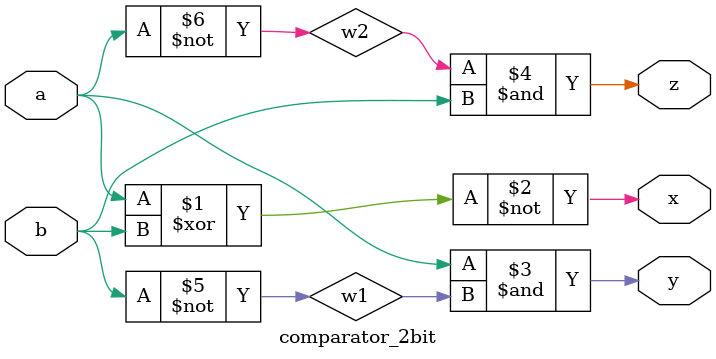
<source format=v>

module comparator_2bit(input a,b,output x,y,z);

wire w1,w2; 
not(w1,b);
not(w2,a);
xnor(x,a,b);
and(y,a,w1);
and(z,w2,b);

endmodule

</source>
